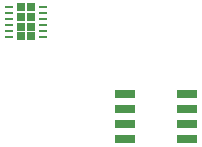
<source format=gbr>
%TF.GenerationSoftware,KiCad,Pcbnew,(5.1.10)-1*%
%TF.CreationDate,2021-06-16T23:55:04+02:00*%
%TF.ProjectId,_Final_EEE3088Project,5f46696e-616c-45f4-9545-453330383850,rev?*%
%TF.SameCoordinates,Original*%
%TF.FileFunction,Paste,Top*%
%TF.FilePolarity,Positive*%
%FSLAX46Y46*%
G04 Gerber Fmt 4.6, Leading zero omitted, Abs format (unit mm)*
G04 Created by KiCad (PCBNEW (5.1.10)-1) date 2021-06-16 23:55:04*
%MOMM*%
%LPD*%
G01*
G04 APERTURE LIST*
%ADD10R,0.700000X0.250000*%
%ADD11R,0.685000X0.670000*%
%ADD12R,1.800000X0.800000*%
G04 APERTURE END LIST*
D10*
%TO.C,Buck/Boost1*%
X101850000Y-80450000D03*
X101850000Y-80950000D03*
X101850000Y-81450000D03*
X101850000Y-81950000D03*
X101850000Y-82450000D03*
X101850000Y-82950000D03*
X104750000Y-82950000D03*
X104750000Y-82450000D03*
X104750000Y-81950000D03*
X104750000Y-81450000D03*
X104750000Y-80950000D03*
X104750000Y-80450000D03*
D11*
X102875000Y-80462500D03*
X103725000Y-80462500D03*
X103725000Y-81287500D03*
X102875000Y-81287500D03*
X103725000Y-82112500D03*
X102875000Y-82112500D03*
X103725000Y-82937500D03*
X102875000Y-82937500D03*
%TD*%
D12*
%TO.C,TMP1*%
X111660000Y-87795000D03*
X111660000Y-89065000D03*
X111660000Y-90335000D03*
X111660000Y-91605000D03*
X116940000Y-91605000D03*
X116940000Y-90335000D03*
X116940000Y-89065000D03*
X116940000Y-87795000D03*
%TD*%
M02*

</source>
